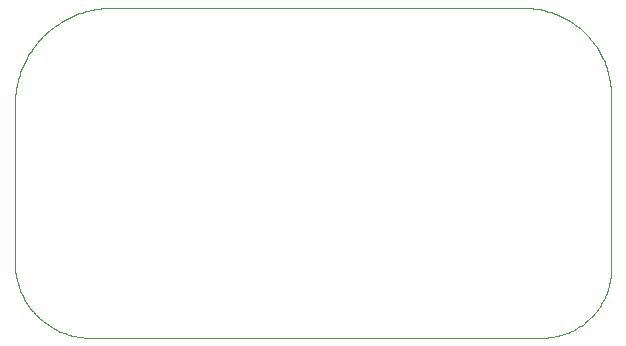
<source format=gbs>
G75*
%MOIN*%
%OFA0B0*%
%FSLAX25Y25*%
%IPPOS*%
%LPD*%
%AMOC8*
5,1,8,0,0,1.08239X$1,22.5*
%
%ADD10C,0.00000*%
D10*
X0026500Y0001500D02*
X0177172Y0001500D01*
X0177728Y0001507D01*
X0178285Y0001527D01*
X0178840Y0001560D01*
X0179395Y0001608D01*
X0179948Y0001668D01*
X0180499Y0001742D01*
X0181049Y0001829D01*
X0181596Y0001929D01*
X0182141Y0002043D01*
X0182683Y0002169D01*
X0183222Y0002309D01*
X0183757Y0002462D01*
X0184288Y0002627D01*
X0184816Y0002805D01*
X0185338Y0002997D01*
X0185856Y0003200D01*
X0186369Y0003416D01*
X0186876Y0003645D01*
X0187378Y0003885D01*
X0187874Y0004138D01*
X0188364Y0004402D01*
X0188847Y0004679D01*
X0189323Y0004967D01*
X0189792Y0005266D01*
X0190254Y0005577D01*
X0190708Y0005898D01*
X0191154Y0006231D01*
X0191592Y0006574D01*
X0192022Y0006928D01*
X0192443Y0007292D01*
X0192855Y0007666D01*
X0193258Y0008049D01*
X0193652Y0008443D01*
X0194035Y0008846D01*
X0194409Y0009258D01*
X0194773Y0009679D01*
X0195127Y0010109D01*
X0195470Y0010547D01*
X0195803Y0010993D01*
X0196124Y0011447D01*
X0196435Y0011909D01*
X0196734Y0012378D01*
X0197022Y0012854D01*
X0197299Y0013337D01*
X0197563Y0013827D01*
X0197816Y0014323D01*
X0198056Y0014825D01*
X0198285Y0015332D01*
X0198501Y0015845D01*
X0198704Y0016363D01*
X0198896Y0016885D01*
X0199074Y0017413D01*
X0199239Y0017944D01*
X0199392Y0018479D01*
X0199532Y0019018D01*
X0199658Y0019560D01*
X0199772Y0020105D01*
X0199872Y0020652D01*
X0199959Y0021202D01*
X0200033Y0021753D01*
X0200093Y0022306D01*
X0200141Y0022861D01*
X0200174Y0023416D01*
X0200194Y0023973D01*
X0200201Y0024529D01*
X0200201Y0082276D01*
X0200192Y0082981D01*
X0200167Y0083686D01*
X0200124Y0084390D01*
X0200065Y0085093D01*
X0199988Y0085794D01*
X0199895Y0086493D01*
X0199784Y0087189D01*
X0199657Y0087883D01*
X0199513Y0088573D01*
X0199353Y0089260D01*
X0199176Y0089943D01*
X0198982Y0090621D01*
X0198773Y0091294D01*
X0198547Y0091962D01*
X0198305Y0092625D01*
X0198046Y0093281D01*
X0197773Y0093931D01*
X0197483Y0094574D01*
X0197178Y0095210D01*
X0196858Y0095838D01*
X0196523Y0096459D01*
X0196173Y0097071D01*
X0195808Y0097675D01*
X0195429Y0098269D01*
X0195035Y0098854D01*
X0194627Y0099430D01*
X0194206Y0099995D01*
X0193771Y0100551D01*
X0193323Y0101095D01*
X0192862Y0101629D01*
X0192388Y0102151D01*
X0191901Y0102661D01*
X0191402Y0103160D01*
X0190892Y0103647D01*
X0190370Y0104121D01*
X0189836Y0104582D01*
X0189292Y0105030D01*
X0188736Y0105465D01*
X0188171Y0105886D01*
X0187595Y0106294D01*
X0187010Y0106688D01*
X0186416Y0107067D01*
X0185812Y0107432D01*
X0185200Y0107782D01*
X0184579Y0108117D01*
X0183951Y0108437D01*
X0183315Y0108742D01*
X0182672Y0109032D01*
X0182022Y0109305D01*
X0181366Y0109564D01*
X0180703Y0109806D01*
X0180035Y0110032D01*
X0179362Y0110241D01*
X0178684Y0110435D01*
X0178001Y0110612D01*
X0177314Y0110772D01*
X0176624Y0110916D01*
X0175930Y0111043D01*
X0175234Y0111154D01*
X0174535Y0111247D01*
X0173834Y0111324D01*
X0173131Y0111383D01*
X0172427Y0111426D01*
X0171722Y0111451D01*
X0171017Y0111460D01*
X0171017Y0111461D02*
X0033692Y0111461D01*
X0032914Y0111452D01*
X0032137Y0111423D01*
X0031360Y0111376D01*
X0030585Y0111311D01*
X0029812Y0111226D01*
X0029041Y0111123D01*
X0028272Y0111001D01*
X0027507Y0110861D01*
X0026745Y0110703D01*
X0025988Y0110526D01*
X0025235Y0110330D01*
X0024487Y0110117D01*
X0023744Y0109885D01*
X0023007Y0109636D01*
X0022277Y0109369D01*
X0021553Y0109084D01*
X0020836Y0108782D01*
X0020126Y0108463D01*
X0019425Y0108127D01*
X0018732Y0107774D01*
X0018047Y0107404D01*
X0017372Y0107018D01*
X0016706Y0106615D01*
X0016050Y0106197D01*
X0015405Y0105762D01*
X0014770Y0105313D01*
X0014146Y0104848D01*
X0013534Y0104368D01*
X0012933Y0103874D01*
X0012345Y0103365D01*
X0011769Y0102842D01*
X0011206Y0102306D01*
X0010655Y0101755D01*
X0010119Y0101192D01*
X0009596Y0100616D01*
X0009087Y0100028D01*
X0008593Y0099427D01*
X0008113Y0098815D01*
X0007648Y0098191D01*
X0007199Y0097556D01*
X0006764Y0096911D01*
X0006346Y0096255D01*
X0005943Y0095589D01*
X0005557Y0094914D01*
X0005187Y0094229D01*
X0004834Y0093536D01*
X0004498Y0092835D01*
X0004179Y0092125D01*
X0003877Y0091408D01*
X0003592Y0090684D01*
X0003325Y0089954D01*
X0003076Y0089217D01*
X0002844Y0088474D01*
X0002631Y0087726D01*
X0002435Y0086973D01*
X0002258Y0086216D01*
X0002100Y0085454D01*
X0001960Y0084689D01*
X0001838Y0083920D01*
X0001735Y0083149D01*
X0001650Y0082376D01*
X0001585Y0081601D01*
X0001538Y0080824D01*
X0001509Y0080047D01*
X0001500Y0079269D01*
X0001500Y0026500D01*
X0001507Y0025896D01*
X0001529Y0025292D01*
X0001566Y0024689D01*
X0001617Y0024087D01*
X0001682Y0023487D01*
X0001762Y0022888D01*
X0001857Y0022291D01*
X0001966Y0021697D01*
X0002089Y0021105D01*
X0002226Y0020517D01*
X0002378Y0019932D01*
X0002544Y0019351D01*
X0002724Y0018775D01*
X0002917Y0018202D01*
X0003125Y0017635D01*
X0003346Y0017073D01*
X0003580Y0016516D01*
X0003828Y0015965D01*
X0004089Y0015420D01*
X0004364Y0014882D01*
X0004651Y0014350D01*
X0004951Y0013826D01*
X0005263Y0013309D01*
X0005588Y0012800D01*
X0005925Y0012298D01*
X0006275Y0011805D01*
X0006636Y0011321D01*
X0007008Y0010845D01*
X0007392Y0010379D01*
X0007787Y0009922D01*
X0008193Y0009475D01*
X0008610Y0009037D01*
X0009037Y0008610D01*
X0009475Y0008193D01*
X0009922Y0007787D01*
X0010379Y0007392D01*
X0010845Y0007008D01*
X0011321Y0006636D01*
X0011805Y0006275D01*
X0012298Y0005925D01*
X0012800Y0005588D01*
X0013309Y0005263D01*
X0013826Y0004951D01*
X0014350Y0004651D01*
X0014882Y0004364D01*
X0015420Y0004089D01*
X0015965Y0003828D01*
X0016516Y0003580D01*
X0017073Y0003346D01*
X0017635Y0003125D01*
X0018202Y0002917D01*
X0018775Y0002724D01*
X0019351Y0002544D01*
X0019932Y0002378D01*
X0020517Y0002226D01*
X0021105Y0002089D01*
X0021697Y0001966D01*
X0022291Y0001857D01*
X0022888Y0001762D01*
X0023487Y0001682D01*
X0024087Y0001617D01*
X0024689Y0001566D01*
X0025292Y0001529D01*
X0025896Y0001507D01*
X0026500Y0001500D01*
M02*

</source>
